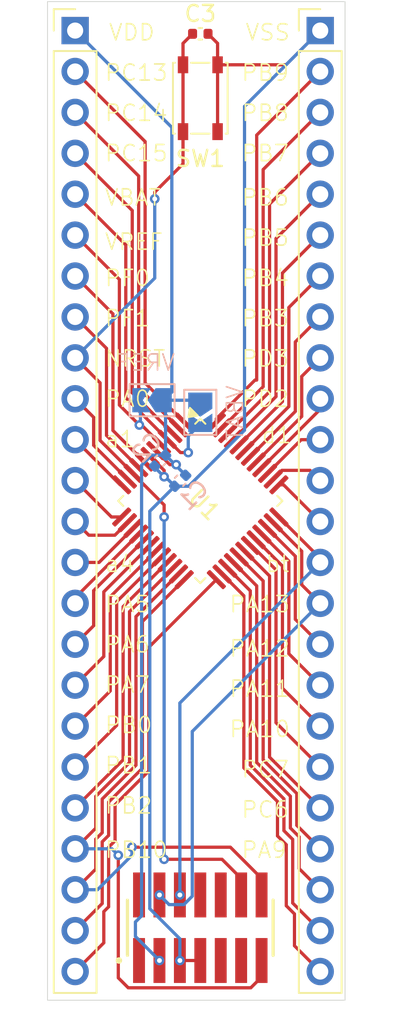
<source format=kicad_pcb>
(kicad_pcb (version 20240108) (generator "pcbnew") (generator_version "8.0")
  (layers (0 "F.Cu" signal) (31 "B.Cu" signal) (34 "B.Paste" user) (35 "F.Paste" user) (36 "B.SilkS" user "B.Silkscreen") (37 "F.SilkS" user "F.Silkscreen") (38 "B.Mask" user) (39 "F.Mask" user) (44 "Edge.Cuts" user))
  (net 0 "")
  (net 1 "VSS")
  (net 2 "VDD")
  (net 3 "/PC14")
  (net 4 "/PB1")
  (net 5 "/PB10")
  (net 6 "/PB11")
  (net 7 "/PA5")
  (net 8 "/PA1")
  (net 9 "/PA4")
  (net 10 "/PA7")
  (net 11 "/NRST")
  (net 12 "/PB0")
  (net 13 "/PA0")
  (net 14 "/PA2")
  (net 15 "/PA3")
  (net 16 "/PA6")
  (net 17 "/PC13")
  (net 18 "/PB2")
  (net 19 "/PC15")
  (net 20 "/PA11")
  (net 21 "/PB6")
  (net 22 "/PA9")
  (net 23 "/PB9")
  (net 24 "/PA15")
  (net 25 "/PB7")
  (net 26 "/PB12")
  (net 27 "/PB13")
  (net 28 "/PA8")
  (net 29 "/PB4")
  (net 30 "/PB3")
  (net 31 "/PA12")
  (net 32 "/PB8")
  (net 33 "/PA14")
  (net 34 "/PB5")
  (net 35 "/PA10")
  (net 36 "/PA13")
  (net 37 "/PB15")
  (net 38 "/PB14")
  (net 39 "/PF1")
  (net 40 "/VREF")
  (net 41 "/VBAT")
  (net 42 "/PF0")
  (net 43 "/PD1")
  (net 44 "/PD3")
  (net 45 "/PD2")
  (net 46 "/PD0")
  (net 47 "/PC6")
  (net 48 "/PC7")
  (footprint "Connector_PinHeader_2.54mm:PinHeader_1x24_P2.54mm_Vertical" (layer "F.Cu") (at 157.4575 70.8)
    (property "Reference" "J2" (hide yes))
    (property "Value" "Conn_01x24")
    (fp_line (start -1.33 -1.33) (end 0 -1.33) (stroke (width 0.12)) (layer "F.SilkS"))
    (fp_line (start -1.33 0) (end -1.33 -1.33) (stroke (width 0.12)) (layer "F.SilkS"))
    (fp_line (start -1.33 1.27) (end -1.33 59.75) (stroke (width 0.12)) (layer "F.SilkS"))
    (fp_line (start -1.33 1.27) (end 1.33 1.27) (stroke (width 0.12)) (layer "F.SilkS"))
    (fp_line (start -1.33 59.75) (end 1.33 59.75) (stroke (width 0.12)) (layer "F.SilkS"))
    (fp_line (start 1.33 1.27) (end 1.33 59.75) (stroke (width 0.12)) (layer "F.SilkS"))
    (pad "1" thru_hole rect (at 0 0) (size 1.7 1.7) (drill 1) (layers "*.Cu" "*.Mask") (net 1 "VSS"))
    (pad "2" thru_hole oval (at 0 2.54) (size 1.7 1.7) (drill 1) (layers "*.Cu" "*.Mask") (net 23 "/PB9"))
    (pad "3" thru_hole oval (at 0 5.08) (size 1.7 1.7) (drill 1) (layers "*.Cu" "*.Mask") (net 32 "/PB8"))
    (pad "4" thru_hole oval (at 0 7.62) (size 1.7 1.7) (drill 1) (layers "*.Cu" "*.Mask") (net 25 "/PB7"))
    (pad "5" thru_hole oval (at 0 10.16) (size 1.7 1.7) (drill 1) (layers "*.Cu" "*.Mask") (net 21 "/PB6"))
    (pad "6" thru_hole oval (at 0 12.7) (size 1.7 1.7) (drill 1) (layers "*.Cu" "*.Mask") (net 34 "/PB5"))
    (pad "7" thru_hole oval (at 0 15.24) (size 1.7 1.7) (drill 1) (layers "*.Cu" "*.Mask") (net 29 "/PB4"))
    (pad "8" thru_hole oval (at 0 17.78) (size 1.7 1.7) (drill 1) (layers "*.Cu" "*.Mask") (net 30 "/PB3"))
    (pad "9" thru_hole oval (at 0 20.32) (size 1.7 1.7) (drill 1) (layers "*.Cu" "*.Mask") (net 44 "/PD3"))
    (pad "10" thru_hole oval (at 0 22.86) (size 1.7 1.7) (drill 1) (layers "*.Cu" "*.Mask") (net 45 "/PD2"))
    (pad "11" thru_hole oval (at 0 25.4) (size 1.7 1.7) (drill 1) (layers "*.Cu" "*.Mask") (net 43 "/PD1"))
    (pad "12" thru_hole oval (at 0 27.94) (size 1.7 1.7) (drill 1) (layers "*.Cu" "*.Mask") (net 46 "/PD0"))
    (pad "13" thru_hole oval (at 0 30.48) (size 1.7 1.7) (drill 1) (layers "*.Cu" "*.Mask") (net 24 "/PA15"))
    (pad "14" thru_hole oval (at 0 33.02) (size 1.7 1.7) (drill 1) (layers "*.Cu" "*.Mask") (net 33 "/PA14"))
    (pad "15" thru_hole oval (at 0 35.56) (size 1.7 1.7) (drill 1) (layers "*.Cu" "*.Mask") (net 36 "/PA13"))
    (pad "16" thru_hole oval (at 0 38.1) (size 1.7 1.7) (drill 1) (layers "*.Cu" "*.Mask") (net 31 "/PA12"))
    (pad "17" thru_hole oval (at 0 40.64) (size 1.7 1.7) (drill 1) (layers "*.Cu" "*.Mask") (net 20 "/PA11"))
    (pad "18" thru_hole oval (at 0 43.18) (size 1.7 1.7) (drill 1) (layers "*.Cu" "*.Mask") (net 35 "/PA10"))
    (pad "19" thru_hole oval (at 0 45.72) (size 1.7 1.7) (drill 1) (layers "*.Cu" "*.Mask") (net 48 "/PC7"))
    (pad "20" thru_hole oval (at 0 48.26) (size 1.7 1.7) (drill 1) (layers "*.Cu" "*.Mask") (net 47 "/PC6"))
    (pad "21" thru_hole oval (at 0 50.8) (size 1.7 1.7) (drill 1) (layers "*.Cu" "*.Mask") (net 22 "/PA9"))
    (pad "22" thru_hole oval (at 0 53.34) (size 1.7 1.7) (drill 1) (layers "*.Cu" "*.Mask") (net 28 "/PA8"))
    (pad "23" thru_hole oval (at 0 55.88) (size 1.7 1.7) (drill 1) (layers "*.Cu" "*.Mask") (net 37 "/PB15"))
    (pad "24" thru_hole oval (at 0 58.42) (size 1.7 1.7) (drill 1) (layers "*.Cu" "*.Mask") (net 38 "/PB14"))
  )
  (footprint "Connector_PinHeader_2.54mm:PinHeader_1x24_P2.54mm_Vertical" (layer "F.Cu") (at 142.2175 70.8)
    (property "Reference" "J1" (hide yes))
    (property "Value" "Conn_01x24")
    (fp_line (start -1.33 -1.33) (end 0 -1.33) (stroke (width 0.12)) (layer "F.SilkS"))
    (fp_line (start -1.33 0) (end -1.33 -1.33) (stroke (width 0.12)) (layer "F.SilkS"))
    (fp_line (start -1.33 1.27) (end -1.33 59.75) (stroke (width 0.12)) (layer "F.SilkS"))
    (fp_line (start -1.33 1.27) (end 1.33 1.27) (stroke (width 0.12)) (layer "F.SilkS"))
    (fp_line (start -1.33 59.75) (end 1.33 59.75) (stroke (width 0.12)) (layer "F.SilkS"))
    (fp_line (start 1.33 1.27) (end 1.33 59.75) (stroke (width 0.12)) (layer "F.SilkS"))
    (pad "1" thru_hole rect (at 0 0) (size 1.7 1.7) (drill 1) (layers "*.Cu" "*.Mask") (net 2 "VDD"))
    (pad "2" thru_hole oval (at 0 2.54) (size 1.7 1.7) (drill 1) (layers "*.Cu" "*.Mask") (net 17 "/PC13"))
    (pad "3" thru_hole oval (at 0 5.08) (size 1.7 1.7) (drill 1) (layers "*.Cu" "*.Mask") (net 3 "/PC14"))
    (pad "4" thru_hole oval (at 0 7.62) (size 1.7 1.7) (drill 1) (layers "*.Cu" "*.Mask") (net 19 "/PC15"))
    (pad "5" thru_hole oval (at 0 10.16) (size 1.7 1.7) (drill 1) (layers "*.Cu" "*.Mask") (net 41 "/VBAT"))
    (pad "6" thru_hole oval (at 0 12.7) (size 1.7 1.7) (drill 1) (layers "*.Cu" "*.Mask") (net 40 "/VREF"))
    (pad "7" thru_hole oval (at 0 15.24) (size 1.7 1.7) (drill 1) (layers "*.Cu" "*.Mask") (net 42 "/PF0"))
    (pad "8" thru_hole oval (at 0 17.78) (size 1.7 1.7) (drill 1) (layers "*.Cu" "*.Mask") (net 39 "/PF1"))
    (pad "9" thru_hole oval (at 0 20.32) (size 1.7 1.7) (drill 1) (layers "*.Cu" "*.Mask") (net 11 "/NRST"))
    (pad "10" thru_hole oval (at 0 22.86) (size 1.7 1.7) (drill 1) (layers "*.Cu" "*.Mask") (net 13 "/PA0"))
    (pad "11" thru_hole oval (at 0 25.4) (size 1.7 1.7) (drill 1) (layers "*.Cu" "*.Mask") (net 8 "/PA1"))
    (pad "12" thru_hole oval (at 0 27.94) (size 1.7 1.7) (drill 1) (layers "*.Cu" "*.Mask") (net 14 "/PA2"))
    (pad "13" thru_hole oval (at 0 30.48) (size 1.7 1.7) (drill 1) (layers "*.Cu" "*.Mask") (net 15 "/PA3"))
    (pad "14" thru_hole oval (at 0 33.02) (size 1.7 1.7) (drill 1) (layers "*.Cu" "*.Mask") (net 9 "/PA4"))
    (pad "15" thru_hole oval (at 0 35.56) (size 1.7 1.7) (drill 1) (layers "*.Cu" "*.Mask") (net 7 "/PA5"))
    (pad "16" thru_hole oval (at 0 38.1) (size 1.7 1.7) (drill 1) (layers "*.Cu" "*.Mask") (net 16 "/PA6"))
    (pad "17" thru_hole oval (at 0 40.64) (size 1.7 1.7) (drill 1) (layers "*.Cu" "*.Mask") (net 10 "/PA7"))
    (pad "18" thru_hole oval (at 0 43.18) (size 1.7 1.7) (drill 1) (layers "*.Cu" "*.Mask") (net 12 "/PB0"))
    (pad "19" thru_hole oval (at 0 45.72) (size 1.7 1.7) (drill 1) (layers "*.Cu" "*.Mask") (net 4 "/PB1"))
    (pad "20" thru_hole oval (at 0 48.26) (size 1.7 1.7) (drill 1) (layers "*.Cu" "*.Mask") (net 18 "/PB2"))
    (pad "21" thru_hole oval (at 0 50.8) (size 1.7 1.7) (drill 1) (layers "*.Cu" "*.Mask") (net 5 "/PB10"))
    (pad "22" thru_hole oval (at 0 53.34) (size 1.7 1.7) (drill 1) (layers "*.Cu" "*.Mask") (net 6 "/PB11"))
    (pad "23" thru_hole oval (at 0 55.88) (size 1.7 1.7) (drill 1) (layers "*.Cu" "*.Mask") (net 26 "/PB12"))
    (pad "24" thru_hole oval (at 0 58.42) (size 1.7 1.7) (drill 1) (layers "*.Cu" "*.Mask") (net 27 "/PB13"))
  )
  (footprint "Package_QFP:LQFP-48_7x7mm_P0.5mm" (layer "F.Cu") (at 150 100 -45)
    (property "Reference" "U1" (at 0.353553 0 135) (layer "F.SilkS"))
    (property "Value" "STM32G071CBTx")
    (fp_line (start -3.61 3.61) (end -3.61 3.16) (stroke (width 0.12)) (layer "F.SilkS"))
    (fp_line (start -3.16 3.61) (end -3.61 3.61) (stroke (width 0.12)) (layer "F.SilkS"))
    (fp_line (start 3.16 3.61) (end 3.61 3.61) (stroke (width 0.12)) (layer "F.SilkS"))
    (fp_line (start -3.61 -3.61) (end -3.61 -3.16) (stroke (width 0.12)) (layer "F.SilkS"))
    (fp_line (start 3.61 3.61) (end 3.61 3.16) (stroke (width 0.12)) (layer "F.SilkS"))
    (fp_line (start -3.16 -3.61) (end -3.61 -3.61) (stroke (width 0.12)) (layer "F.SilkS"))
    (fp_line (start 3.16 -3.61) (end 3.61 -3.61) (stroke (width 0.12)) (layer "F.SilkS"))
    (fp_line (start 3.61 -3.61) (end 3.61 -3.16) (stroke (width 0.12)) (layer "F.SilkS"))
    (fp_poly (pts (xy -4.2 -3.16) (xy -4.54 -3.63) (xy -3.86 -3.63) (xy -4.2 -3.16)) (stroke (width 0.12)) (fill solid) (layer "F.SilkS"))
    (pad "1" smd roundrect (at -4.1625 -2.75 315) (size 1.475 0.3) (layers "F.Cu" "F.Paste" "F.Mask") (net 17 "/PC13"))
    (pad "2" smd roundrect (at -4.1625 -2.25 315) (size 1.475 0.3) (layers "F.Cu" "F.Paste" "F.Mask") (net 3 "/PC14"))
    (pad "3" smd roundrect (at -4.1625 -1.75 315) (size 1.475 0.3) (layers "F.Cu" "F.Paste" "F.Mask") (net 19 "/PC15"))
    (pad "4" smd roundrect (at -4.1625 -1.249999 315) (size 1.475 0.3) (layers "F.Cu" "F.Paste" "F.Mask") (net 41 "/VBAT"))
    (pad "5" smd roundrect (at -4.1625 -0.75 315) (size 1.475 0.3) (layers "F.Cu" "F.Paste" "F.Mask") (net 40 "/VREF"))
    (pad "6" smd roundrect (at -4.1625 -0.25 315) (size 1.475 0.3) (layers "F.Cu" "F.Paste" "F.Mask") (net 2 "VDD"))
    (pad "7" smd roundrect (at -4.1625 0.25 315) (size 1.475 0.3) (layers "F.Cu" "F.Paste" "F.Mask") (net 1 "VSS"))
    (pad "8" smd roundrect (at -4.1625 0.75 315) (size 1.475 0.3) (layers "F.Cu" "F.Paste" "F.Mask") (net 42 "/PF0"))
    (pad "9" smd roundrect (at -4.1625 1.249999 315) (size 1.475 0.3) (layers "F.Cu" "F.Paste" "F.Mask") (net 39 "/PF1"))
    (pad "10" smd roundrect (at -4.1625 1.75 315) (size 1.475 0.3) (layers "F.Cu" "F.Paste" "F.Mask") (net 11 "/NRST"))
    (pad "11" smd roundrect (at -4.1625 2.25 315) (size 1.475 0.3) (layers "F.Cu" "F.Paste" "F.Mask") (net 13 "/PA0"))
    (pad "12" smd roundrect (at -4.1625 2.75 315) (size 1.475 0.3) (layers "F.Cu" "F.Paste" "F.Mask") (net 8 "/PA1"))
    (pad "13" smd roundrect (at -2.75 4.1625 315) (size 0.3 1.475) (layers "F.Cu" "F.Paste" "F.Mask") (net 14 "/PA2"))
    (pad "14" smd roundrect (at -2.25 4.1625 315) (size 0.3 1.475) (layers "F.Cu" "F.Paste" "F.Mask") (net 15 "/PA3"))
    (pad "15" smd roundrect (at -1.75 4.1625 315) (size 0.3 1.475) (layers "F.Cu" "F.Paste" "F.Mask") (net 9 "/PA4"))
    (pad "16" smd roundrect (at -1.249999 4.1625 315) (size 0.3 1.475) (layers "F.Cu" "F.Paste" "F.Mask") (net 7 "/PA5"))
    (pad "17" smd roundrect (at -0.75 4.1625 315) (size 0.3 1.475) (layers "F.Cu" "F.Paste" "F.Mask") (net 16 "/PA6"))
    (pad "18" smd roundrect (at -0.25 4.1625 315) (size 0.3 1.475) (layers "F.Cu" "F.Paste" "F.Mask") (net 10 "/PA7"))
    (pad "19" smd roundrect (at 0.25 4.1625 315) (size 0.3 1.475) (layers "F.Cu" "F.Paste" "F.Mask") (net 12 "/PB0"))
    (pad "20" smd roundrect (at 0.75 4.1625 315) (size 0.3 1.475) (layers "F.Cu" "F.Paste" "F.Mask") (net 4 "/PB1"))
    (pad "21" smd roundrect (at 1.249999 4.1625 315) (size 0.3 1.475) (layers "F.Cu" "F.Paste" "F.Mask") (net 18 "/PB2"))
    (pad "22" smd roundrect (at 1.75 4.1625 315) (size 0.3 1.475) (layers "F.Cu" "F.Paste" "F.Mask") (net 5 "/PB10"))
    (pad "23" smd roundrect (at 2.25 4.1625 315) (size 0.3 1.475) (layers "F.Cu" "F.Paste" "F.Mask") (net 6 "/PB11"))
    (pad "24" smd roundrect (at 2.75 4.1625 315) (size 0.3 1.475) (layers "F.Cu" "F.Paste" "F.Mask") (net 26 "/PB12"))
    (pad "25" smd roundrect (at 4.1625 2.75 315) (size 1.475 0.3) (layers "F.Cu" "F.Paste" "F.Mask") (net 27 "/PB13"))
    (pad "26" smd roundrect (at 4.1625 2.25 315) (size 1.475 0.3) (layers "F.Cu" "F.Paste" "F.Mask") (net 38 "/PB14"))
    (pad "27" smd roundrect (at 4.1625 1.75 315) (size 1.475 0.3) (layers "F.Cu" "F.Paste" "F.Mask") (net 37 "/PB15"))
    (pad "28" smd roundrect (at 4.1625 1.249999 315) (size 1.475 0.3) (layers "F.Cu" "F.Paste" "F.Mask") (net 28 "/PA8"))
    (pad "29" smd roundrect (at 4.1625 0.75 315) (size 1.475 0.3) (layers "F.Cu" "F.Paste" "F.Mask") (net 22 "/PA9"))
    (pad "30" smd roundrect (at 4.1625 0.25 315) (size 1.475 0.3) (layers "F.Cu" "F.Paste" "F.Mask") (net 47 "/PC6"))
    (pad "31" smd roundrect (at 4.1625 -0.25 315) (size 1.475 0.3) (layers "F.Cu" "F.Paste" "F.Mask") (net 48 "/PC7"))
    (pad "32" smd roundrect (at 4.1625 -0.75 315) (size 1.475 0.3) (layers "F.Cu" "F.Paste" "F.Mask") (net 35 "/PA10"))
    (pad "33" smd roundrect (at 4.1625 -1.249999 315) (size 1.475 0.3) (layers "F.Cu" "F.Paste" "F.Mask") (net 20 "/PA11"))
    (pad "34" smd roundrect (at 4.1625 -1.75 315) (size 1.475 0.3) (layers "F.Cu" "F.Paste" "F.Mask") (net 31 "/PA12"))
    (pad "35" smd roundrect (at 4.1625 -2.25 315) (size 1.475 0.3) (layers "F.Cu" "F.Paste" "F.Mask") (net 36 "/PA13"))
    (pad "36" smd roundrect (at 4.1625 -2.75 315) (size 1.475 0.3) (layers "F.Cu" "F.Paste" "F.Mask") (net 33 "/PA14"))
    (pad "37" smd roundrect (at 2.75 -4.1625 315) (size 0.3 1.475) (layers "F.Cu" "F.Paste" "F.Mask") (net 24 "/PA15"))
    (pad "38" smd roundrect (at 2.25 -4.1625 315) (size 0.3 1.475) (layers "F.Cu" "F.Paste" "F.Mask") (net 46 "/PD0"))
    (pad "39" smd roundrect (at 1.75 -4.1625 315) (size 0.3 1.475) (layers "F.Cu" "F.Paste" "F.Mask") (net 43 "/PD1"))
    (pad "40" smd roundrect (at 1.249999 -4.1625 315) (size 0.3 1.475) (layers "F.Cu" "F.Paste" "F.Mask") (net 45 "/PD2"))
    (pad "41" smd roundrect (at 0.75 -4.1625 315) (size 0.3 1.475) (layers "F.Cu" "F.Paste" "F.Mask") (net 44 "/PD3"))
    (pad "42" smd roundrect (at 0.25 -4.1625 315) (size 0.3 1.475) (layers "F.Cu" "F.Paste" "F.Mask") (net 30 "/PB3"))
    (pad "43" smd roundrect (at -0.25 -4.1625 315) (size 0.3 1.475) (layers "F.Cu" "F.Paste" "F.Mask") (net 29 "/PB4"))
    (pad "44" smd roundrect (at -0.75 -4.1625 315) (size 0.3 1.475) (layers "F.Cu" "F.Paste" "F.Mask") (net 34 "/PB5"))
    (pad "45" smd roundrect (at -1.249999 -4.1625 315) (size 0.3 1.475) (layers "F.Cu" "F.Paste" "F.Mask") (net 21 "/PB6"))
    (pad "46" smd roundrect (at -1.75 -4.1625 315) (size 0.3 1.475) (layers "F.Cu" "F.Paste" "F.Mask") (net 25 "/PB7"))
    (pad "47" smd roundrect (at -2.25 -4.1625 315) (size 0.3 1.475) (layers "F.Cu" "F.Paste" "F.Mask") (net 32 "/PB8"))
    (pad "48" smd roundrect (at -2.75 -4.1625 315) (size 0.3 1.475) (layers "F.Cu" "F.Paste" "F.Mask") (net 23 "/PB9"))
  )
  (footprint "Project_Footprints:SAMTEC_FTSH-107-01-L-DV-K-A" (layer "F.Cu") (at 150 126.5)
    (property "Reference" "J3" (hide yes))
    (property "Value" "Conn_02x07_Odd_Even")
    (fp_line (start -4.53 -1.715) (end -4.53 1.715) (stroke (width 0.2)) (layer "F.SilkS"))
    (fp_line (start 4.53 1.715) (end 4.53 -1.715) (stroke (width 0.2)) (layer "F.SilkS"))
    (fp_circle (center -5.06 2.035) (end -4.96 2.035) (stroke (width 0.2)) (fill none) (layer "F.SilkS"))
    (pad "" np_thru_hole circle (at -3.175 0) (size 1.02 1.02) (drill 1.02) (layers "*.Cu" "*.Mask"))
    (pad "" np_thru_hole circle (at 3.175 0) (size 1.02 1.02) (drill 1.02) (layers "*.Cu" "*.Mask"))
    (pad "1" smd rect (at -3.81 2.035) (size 0.74 2.79) (layers "F.Cu" "F.Paste" "F.Mask"))
    (pad "2" smd rect (at -3.81 -2.035) (size 0.74 2.79) (layers "F.Cu" "F.Paste" "F.Mask"))
    (pad "3" smd rect (at -2.54 2.035) (size 0.74 2.79) (layers "F.Cu" "F.Paste" "F.Mask") (net 2 "VDD"))
    (pad "4" smd rect (at -2.54 -2.035) (size 0.74 2.79) (layers "F.Cu" "F.Paste" "F.Mask") (net 36 "/PA13"))
    (pad "5" smd rect (at -1.27 2.035) (size 0.74 2.79) (layers "F.Cu" "F.Paste" "F.Mask") (net 1 "VSS"))
    (pad "6" smd rect (at -1.27 -2.035) (size 0.74 2.79) (layers "F.Cu" "F.Paste" "F.Mask") (net 33 "/PA14"))
    (pad "7" smd rect (at 0 2.035) (size 0.74 2.79) (layers "F.Cu" "F.Paste" "F.Mask") (net 1 "VSS"))
    (pad "8" smd rect (at 0 -2.035) (size 0.74 2.79) (layers "F.Cu" "F.Paste" "F.Mask"))
    (pad "9" smd rect (at 1.27 2.035) (size 0.74 2.79) (layers "F.Cu" "F.Paste" "F.Mask"))
    (pad "10" smd rect (at 1.27 -2.035) (size 0.74 2.79) (layers "F.Cu" "F.Paste" "F.Mask"))
    (pad "11" smd rect (at 2.54 2.035) (size 0.74 2.79) (layers "F.Cu" "F.Paste" "F.Mask"))
    (pad "12" smd rect (at 2.54 -2.035) (size 0.74 2.79) (layers "F.Cu" "F.Paste" "F.Mask") (net 11 "/NRST"))
    (pad "13" smd rect (at 3.81 2.035) (size 0.74 2.79) (layers "F.Cu" "F.Paste" "F.Mask") (net 5 "/PB10"))
    (pad "14" smd rect (at 3.81 -2.035) (size 0.74 2.79) (layers "F.Cu" "F.Paste" "F.Mask") (net 6 "/PB11"))
  )
  (footprint "Button_Switch_SMD:SW_SPST_PTS810" (layer "F.Cu") (at 150 75 -90)
    (property "Reference" "SW1" (at 3.75 0 180) (layer "F.SilkS"))
    (property "Value" "SW_Push")
    (fp_line (start -2.2 1.7) (end 2.2 1.7) (stroke (width 0.12)) (layer "F.SilkS"))
    (fp_line (start 2.2 1.7) (end 2.2 1.58) (stroke (width 0.12)) (layer "F.SilkS"))
    (fp_line (start -2.2 1.58) (end -2.2 1.7) (stroke (width 0.12)) (layer "F.SilkS"))
    (fp_line (start 2.2 0.57) (end 2.2 -0.57) (stroke (width 0.12)) (layer "F.SilkS"))
    (fp_line (start -2.2 -0.57) (end -2.2 0.57) (stroke (width 0.12)) (layer "F.SilkS"))
    (fp_line (start 2.2 -1.58) (end 2.2 -1.7) (stroke (width 0.12)) (layer "F.SilkS"))
    (fp_line (start -2.2 -1.7) (end -2.2 -1.58) (stroke (width 0.12)) (layer "F.SilkS"))
    (fp_line (start 2.2 -1.7) (end -2.2 -1.7) (stroke (width 0.12)) (layer "F.SilkS"))
    (pad "1" smd rect (at -2.075 -1.075 270) (size 1.05 0.65) (layers "F.Cu" "F.Paste" "F.Mask") (net 1 "VSS"))
    (pad "1" smd rect (at 2.075 -1.075 270) (size 1.05 0.65) (layers "F.Cu" "F.Paste" "F.Mask") (net 1 "VSS"))
    (pad "2" smd rect (at -2.075 1.075 270) (size 1.05 0.65) (layers "F.Cu" "F.Paste" "F.Mask") (net 11 "/NRST"))
    (pad "2" smd rect (at 2.075 1.075 270) (size 1.05 0.65) (layers "F.Cu" "F.Paste" "F.Mask") (net 11 "/NRST"))
  )
  (footprint "Capacitor_SMD:C_0402_1005Metric" (layer "F.Cu") (at 150 71)
    (property "Reference" "C3" (at 0 -1.25 0) (layer "F.SilkS"))
    (property "Value" "100n")
    (fp_line (start -0.107836 -0.36) (end 0.107836 -0.36) (stroke (width 0.12)) (layer "F.SilkS"))
    (fp_line (start -0.107836 0.36) (end 0.107836 0.36) (stroke (width 0.12)) (layer "F.SilkS"))
    (pad "1" smd roundrect (at -0.48 0) (size 0.56 0.62) (layers "F.Cu" "F.Paste" "F.Mask") (net 11 "/NRST"))
    (pad "2" smd roundrect (at 0.48 0) (size 0.56 0.62) (layers "F.Cu" "F.Paste" "F.Mask") (net 1 "VSS"))
  )
  (footprint "Capacitor_SMD:C_0402_1005Metric" (layer "B.Cu") (at 148.75 98.75 -135)
    (property "Reference" "C1" (at 0.041535 -1.204613 -135) (layer "B.SilkS") (effects (justify mirror)))
    (property "Value" "4u7")
    (fp_line (start 0.107836 0.36) (end -0.107836 0.36) (stroke (width 0.12)) (layer "B.SilkS"))
    (fp_line (start 0.107836 -0.36) (end -0.107836 -0.36) (stroke (width 0.12)) (layer "B.SilkS"))
    (pad "1" smd roundrect (at -0.48 0 225) (size 0.56 0.62) (layers "B.Cu" "B.Paste" "B.Mask") (net 2 "VDD"))
    (pad "2" smd roundrect (at 0.48 0 225) (size 0.56 0.62) (layers "B.Cu" "B.Paste" "B.Mask") (net 1 "VSS"))
  )
  (footprint "Jumper:SolderJumper-2_P1.3mm_Open_TrianglePad1.0x1.5mm" (layer "B.Cu") (at 147 93.75 180)
    (property "Reference" "JP2" (hide yes))
    (property "Value" "SolderJumper_2_Bridged")
    (fp_line (start 1.4 1) (end -1.4 1) (stroke (width 0.12)) (layer "B.SilkS"))
    (fp_line (start 1.4 -1) (end 1.4 1) (stroke (width 0.12)) (layer "B.SilkS"))
    (fp_line (start -1.4 1) (end -1.4 -1) (stroke (width 0.12)) (layer "B.SilkS"))
    (fp_line (start -1.4 -1) (end 1.4 -1) (stroke (width 0.12)) (layer "B.SilkS"))
    (pad "1" smd custom (at -0.725 0 180) (size 0.3 0.3) (layers "B.Cu" "B.Mask") (net 2 "VDD") (options (clearance outline) (anchor rect)) (primitives (gr_poly (pts (xy 1 0) (xy 0.5 -0.75) (xy -0.5 -0.75) (xy -0.5 0.75) (xy 0.5 0.75)) (width 0) (fill yes))))
    (pad "2" smd custom (at 0.725 0 180) (size 0.3 0.3) (layers "B.Cu" "B.Mask") (net 40 "/VREF") (options (clearance outline) (anchor rect)) (primitives (gr_poly (pts (xy 0.5 -0.75) (xy -0.65 -0.75) (xy -0.15 0) (xy -0.65 0.75) (xy 0.5 0.75)) (width 0) (fill yes))))
  )
  (footprint "Jumper:SolderJumper-2_P1.3mm_Open_TrianglePad1.0x1.5mm" (layer "B.Cu") (at 150 94.5 -90)
    (property "Reference" "JP1" (hide yes))
    (property "Value" "SolderJumper_2_Bridged")
    (fp_line (start -1.4 1) (end -1.4 -1) (stroke (width 0.12)) (layer "B.SilkS"))
    (fp_line (start 1.4 1) (end -1.4 1) (stroke (width 0.12)) (layer "B.SilkS"))
    (fp_line (start -1.4 -1) (end 1.4 -1) (stroke (width 0.12)) (layer "B.SilkS"))
    (fp_line (start 1.4 -1) (end 1.4 1) (stroke (width 0.12)) (layer "B.SilkS"))
    (pad "1" smd custom (at -0.725 0 270) (size 0.3 0.3) (layers "B.Cu" "B.Mask") (net 2 "VDD") (options (clearance outline) (anchor rect)) (primitives (gr_poly (pts (xy 1 0) (xy 0.5 -0.75) (xy -0.5 -0.75) (xy -0.5 0.75) (xy 0.5 0.75)) (width 0) (fill yes))))
    (pad "2" smd custom (at 0.725 0 270) (size 0.3 0.3) (layers "B.Cu" "B.Mask") (net 41 "/VBAT") (options (clearance outline) (anchor rect)) (primitives (gr_poly (pts (xy 0.5 -0.75) (xy -0.65 -0.75) (xy -0.15 0) (xy -0.65 0.75) (xy 0.5 0.75)) (width 0) (fill yes))))
  )
  (footprint "Capacitor_SMD:C_0402_1005Metric" (layer "B.Cu") (at 147.5 97.5 -135)
    (property "Reference" "C2" (at 0 1.16 -135) (layer "B.SilkS") (effects (justify mirror)))
    (property "Value" "100n")
    (fp_line (start 0.107836 0.36) (end -0.107836 0.36) (stroke (width 0.12)) (layer "B.SilkS"))
    (fp_line (start 0.107836 -0.36) (end -0.107836 -0.36) (stroke (width 0.12)) (layer "B.SilkS"))
    (pad "1" smd roundrect (at -0.48 0 225) (size 0.56 0.62) (layers "B.Cu" "B.Paste" "B.Mask") (net 2 "VDD"))
    (pad "2" smd roundrect (at 0.48 0 225) (size 0.56 0.62) (layers "B.Cu" "B.Paste" "B.Mask") (net 1 "VSS"))
  )
  (gr_rect (start 140.5 69) (end 159 131) (stroke (width 0.05)) (fill none) (layer "Edge.Cuts"))
  (gr_text "VBAT" (at 152.75 92.75 90) (layer "B.SilkS") (effects (font (size 1 1) (thickness 0.1)) (justify left bottom mirror)))
  (gr_text "VREF" (at 148.5 92 0) (layer "B.SilkS") (effects (font (size 1 1) (thickness 0.1)) (justify left bottom mirror)))
  (gr_text "PB6" (at 152.5 81.75 0) (layer "F.SilkS") (effects (font (size 1 1) (thickness 0.1)) (justify left bottom)))
  (gr_text "VSS" (at 152.75 71.5 0) (layer "F.SilkS") (effects (font (size 1 1) (thickness 0.1)) (justify left bottom)))
  (gr_text "PD2" (at 152.5 94.25 0) (layer "F.SilkS") (effects (font (size 1 1) (thickness 0.1)) (justify left bottom)))
  (gr_text "a1" (at 144 96.75 0) (layer "F.SilkS") (effects (font (size 1 1) (thickness 0.1)) (justify left bottom)))
  (gr_text "PA11" (at 151.75 112.25 0) (layer "F.SilkS") (effects (font (size 1 1) (thickness 0.1)) (justify left bottom)))
  (gr_text "PC13" (at 144 74 0) (layer "F.SilkS") (effects (font (size 1 1) (thickness 0.1)) (justify left bottom)))
  (gr_text "VDD" (at 144.25 71.5 0) (layer "F.SilkS") (effects (font (size 1 1) (thickness 0.1)) (justify left bottom)))
  (gr_text "VREF" (at 144 84.5 0) (layer "F.SilkS") (effects (font (size 1 1) (thickness 0.1)) (justify left bottom)))
  (gr_text "PD3" (at 152.5 91.75 0) (layer "F.SilkS") (effects (font (size 1 1) (thickness 0.1)) (justify left bottom)))
  (gr_text "a4" (at 144 104.5 0) (layer "F.SilkS") (effects (font (size 1 1) (thickness 0.1)) (justify left bottom)))
  (gr_text "PA5" (at 144 107 0) (layer "F.SilkS") (effects (font (size 1 1) (thickness 0.1)) (justify left bottom)))
  (gr_text "PB4" (at 152.5 86.75 0) (layer "F.SilkS") (effects (font (size 1 1) (thickness 0.1)) (justify left bottom)))
  (gr_text "PA12" (at 151.75 109.75 0) (layer "F.SilkS") (effects (font (size 1 1) (thickness 0.1)) (justify left bottom)))
  (gr_text "bt" (at 154 104.5 0) (layer "F.SilkS") (effects (font (size 1 1) (thickness 0.1)) (justify left bottom)))
  (gr_text "PB0" (at 144 114.5 0) (layer "F.SilkS") (effects (font (size 1 1) (thickness 0.1)) (justify left bottom)))
  (gr_text "PA6" (at 144 109.5 0) (layer "F.SilkS") (effects (font (size 1 1) (thickness 0.1)) (justify left bottom)))
  (gr_text "d1" (at 153.75 96.5 0) (layer "F.SilkS") (effects (font (size 1 1) (thickness 0.1)) (justify left bottom)))
  (gr_text "PF1" (at 144 89.25 0) (layer "F.SilkS") (effects (font (size 1 1) (thickness 0.1)) (justify left bottom)))
  (gr_text "PB1" (at 144 117 0) (layer "F.SilkS") (effects (font (size 1 1) (thickness 0.1)) (justify left bottom)))
  (gr_text "PC15" (at 144 79 0) (layer "F.SilkS") (effects (font (size 1 1) (thickness 0.1)) (justify left bottom)))
  (gr_text "PA10" (at 151.75 114.75 0) (layer "F.SilkS") (effects (font (size 1 1) (thickness 0.1)) (justify left bottom)))
  (gr_text "PA0" (at 144 94.25 0) (layer "F.SilkS") (effects (font (size 1 1) (thickness 0.1)) (justify left bottom)))
  (gr_text "PF0" (at 144 86.75 0) (layer "F.SilkS") (effects (font (size 1 1) (thickness 0.1)) (justify left bottom)))
  (gr_text "PB5" (at 152.5 84.25 0) (layer "F.SilkS") (effects (font (size 1 1) (thickness 0.1)) (justify left bottom)))
  (gr_text "VBAT" (at 144 81.75 0) (layer "F.SilkS") (effects (font (size 1 1) (thickness 0.1)) (justify left bottom)))
  (gr_text "PA7" (at 144 112 0) (layer "F.SilkS") (effects (font (size 1 1) (thickness 0.1)) (justify left bottom)))
  (gr_text "PB9" (at 152.5 74 0) (layer "F.SilkS") (effects (font (size 1 1) (thickness 0.1)) (justify left bottom)))
  (gr_text "NRST" (at 144 91.75 0) (layer "F.SilkS") (effects (font (size 1 1) (thickness 0.1)) (justify left bottom)))
  (gr_text "PB7" (at 152.5 79 0) (layer "F.SilkS") (effects (font (size 1 1) (thickness 0.1)) (justify left bottom)))
  (gr_text "PA9" (at 152.5 122.25 0) (layer "F.SilkS") (effects (font (size 1 1) (thickness 0.1)) (justify left bottom)))
  (gr_text "PB10" (at 144 122.25 0) (layer "F.SilkS") (effects (font (size 1 1) (thickness 0.1)) (justify left bottom)))
  (gr_text "PB8" (at 152.5 76.5 0) (layer "F.SilkS") (effects (font (size 1 1) (thickness 0.1)) (justify left bottom)))
  (gr_text "PB3" (at 152.5 89.25 0) (layer "F.SilkS") (effects (font (size 1 1) (thickness 0.1)) (justify left bottom)))
  (gr_text "PA13" (at 151.75 107 0) (layer "F.SilkS") (effects (font (size 1 1) (thickness 0.1)) (justify left bottom)))
  (gr_text "PC6" (at 152.5 119.75 0) (layer "F.SilkS") (effects (font (size 1 1) (thickness 0.1)) (justify left bottom)))
  (gr_text "PC7" (at 152.5 117.25 0) (layer "F.SilkS") (effects (font (size 1 1) (thickness 0.1)) (justify left bottom)))
  (gr_text "PB2" (at 144 119.5 0) (layer "F.SilkS") (effects (font (size 1 1) (thickness 0.1)) (justify left bottom)))
  (gr_text "PC14" (at 144 76.5 0) (layer "F.SilkS") (effects (font (size 1 1) (thickness 0.1)) (justify left bottom)))
  (segment (start 151.075 72.925) (end 155.3325 72.925) (width 0.2) (layer "F.Cu") (net 1))
  (segment (start 146.879891 97.233445) (end 147.75 98.103554) (width 0.2) (layer "F.Cu") (net 1))
  (segment (start 148.73 128.535) (end 150 128.535) (width 0.2) (layer "F.Cu") (net 1))
  (segment (start 147.75 98.103554) (end 147.75 98.5) (width 0.2) (layer "F.Cu") (net 1))
  (segment (start 155.3325 72.925) (end 157.4575 70.8) (width 0.2) (layer "F.Cu") (net 1))
  (segment (start 151.075 72.925) (end 151.075 77.075) (width 0.2) (layer "F.Cu") (net 1))
  (segment (start 151.075 71.595) (end 150.48 71) (width 0.2) (layer "F.Cu") (net 1))
  (segment (start 151.075 72.925) (end 151.075 71.595) (width 0.2) (layer "F.Cu") (net 1))
  (via (at 147.75 98.5) (size 0.6) (drill 0.3) (layers "F.Cu" "B.Cu") (net 1))
  (via (at 148.73 128.535) (size 0.6) (drill 0.3) (layers "F.Cu" "B.Cu") (net 1))
  (segment (start 148.73 127.188776) (end 148.73 128.535) (width 0.2) (layer "B.Cu") (net 1))
  (segment (start 147.821178 98.5) (end 148.410589 99.089411) (width 0.2) (layer "B.Cu") (net 1))
  (segment (start 152.75 95.61267) (end 152.75 75.5075) (width 0.2) (layer "B.Cu") (net 1))
  (segment (start 148.410589 99.089411) (end 149.273259 99.089411) (width 0.2) (layer "B.Cu") (net 1))
  (segment (start 147.160589 97.839411) (end 147.160589 97.910589) (width 0.2) (layer "B.Cu") (net 1))
  (segment (start 147.160589 97.910589) (end 147.75 98.5) (width 0.2) (layer "B.Cu") (net 1))
  (segment (start 152.75 75.5075) (end 157.4575 70.8) (width 0.2) (layer "B.Cu") (net 1))
  (segment (start 146.86 125.318776) (end 148.73 127.188776) (width 0.2) (layer "B.Cu") (net 1))
  (segment (start 146.86 100.64) (end 146.86 125.318776) (width 0.2) (layer "B.Cu") (net 1))
  (segment (start 148.410589 99.089411) (end 146.86 100.64) (width 0.2) (layer "B.Cu") (net 1))
  (segment (start 149.273259 99.089411) (end 152.75 95.61267) (width 0.2) (layer "B.Cu") (net 1))
  (segment (start 147.75 98.5) (end 147.821178 98.5) (width 0.2) (layer "B.Cu") (net 1))
  (segment (start 148.103554 97.75) (end 148.5 97.75) (width 0.2) (layer "F.Cu") (net 2))
  (segment (start 147.233445 96.879891) (end 148.103554 97.75) (width 0.2) (layer "F.Cu") (net 2))
  (via (at 147.46 128.535) (size 0.6) (drill 0.3) (layers "F.Cu" "B.Cu") (net 2))
  (via (at 148.5 97.75) (size 0.6) (drill 0.3) (layers "F.Cu" "B.Cu") (net 2))
  (segment (start 145.965 126.143776) (end 145.965 127.04) (width 0.2) (layer "B.Cu") (net 2))
  (segment (start 148.23 93.245) (end 148.23 76.8125) (width 0.2) (layer "B.Cu") (net 2))
  (segment (start 146.35 125.758776) (end 145.965 126.143776) (width 0.2) (layer "B.Cu") (net 2))
  (segment (start 147.725 93.75) (end 149.975 93.75) (width 0.2) (layer "B.Cu") (net 2))
  (segment (start 147.839411 97.160589) (end 147.839411 93.864411) (width 0.2) (layer "B.Cu") (net 2))
  (segment (start 145.965 127.04) (end 147.46 128.535) (width 0.2) (layer "B.Cu") (net 2))
  (segment (start 146.35 97.78733) (end 146.35 125.758776) (width 0.2) (layer "B.Cu") (net 2))
  (segment (start 148.23 76.8125) (end 142.2175 70.8) (width 0.2) (layer "B.Cu") (net 2))
  (segment (start 149.975 93.75) (end 150 93.775) (width 0.2) (layer "B.Cu") (net 2))
  (segment (start 147.725 93.75) (end 148.23 93.245) (width 0.2) (layer "B.Cu") (net 2))
  (segment (start 148.5 97.75) (end 148.5 97.821178) (width 0.2) (layer "B.Cu") (net 2))
  (segment (start 148.5 97.75) (end 148.428822 97.75) (width 0.2) (layer "B.Cu") (net 2))
  (segment (start 147.839411 97.160589) (end 146.976741 97.160589) (width 0.2) (layer "B.Cu") (net 2))
  (segment (start 146.976741 97.160589) (end 146.35 97.78733) (width 0.2) (layer "B.Cu") (net 2))
  (segment (start 148.5 97.821178) (end 149.089411 98.410589) (width 0.2) (layer "B.Cu") (net 2))
  (segment (start 148.428822 97.75) (end 147.839411 97.160589) (width 0.2) (layer "B.Cu") (net 2))
  (segment (start 147.839411 93.864411) (end 147.725 93.75) (width 0.2) (layer "B.Cu") (net 2))
  (segment (start 146.1675 92.98552) (end 146.1675 79.83) (width 0.2) (layer "F.Cu") (net 3))
  (segment (start 148.647658 95.465678) (end 146.1675 92.98552) (width 0.2) (layer "F.Cu") (net 3))
  (segment (start 146.1675 79.83) (end 142.2175 75.88) (width 0.2) (layer "F.Cu") (net 3))
  (segment (start 147.586998 103.473662) (end 144.8 106.26066) (width 0.2) (layer "F.Cu") (net 4))
  (segment (start 144.8 113.9375) (end 142.2175 116.52) (width 0.2) (layer "F.Cu") (net 4))
  (segment (start 144.8 106.26066) (end 144.8 113.9375) (width 0.2) (layer "F.Cu") (net 4))
  (segment (start 143.5 120.3175) (end 142.2175 121.6) (width 0.2) (layer "F.Cu") (net 5))
  (segment (start 143.5 118.343186) (end 143.5 120.3175) (width 0.2) (layer "F.Cu") (net 5))
  (segment (start 148.294105 104.180769) (end 145.6 106.874874) (width 0.2) (layer "F.Cu") (net 5))
  (segment (start 145.52 130.23) (end 153.14 130.23) (width 0.2) (layer "F.Cu") (net 5))
  (segment (start 153.14 130.23) (end 153.81 129.56) (width 0.2) (layer "F.Cu") (net 5))
  (segment (start 153.81 129.56) (end 153.81 128.535) (width 0.2) (layer "F.Cu") (net 5))
  (segment (start 144.9 122) (end 144.9 129.61) (width 0.2) (layer "F.Cu") (net 5))
  (segment (start 145.6 106.874874) (end 145.6 116.243186) (width 0.2) (layer "F.Cu") (net 5))
  (segment (start 144.9 129.61) (end 145.52 130.23) (width 0.2) (layer "F.Cu") (net 5))
  (segment (start 145.6 116.243186) (end 143.5 118.343186) (width 0.2) (layer "F.Cu") (net 5))
  (via (at 144.9 122) (size 0.6) (drill 0.3) (layers "F.Cu" "B.Cu") (net 5))
  (segment (start 144.5 121.6) (end 144.9 122) (width 0.2) (layer "B.Cu") (net 5))
  (segment (start 142.2175 121.6) (end 144.5 121.6) (width 0.2) (layer "B.Cu") (net 5))
  (segment (start 143.9 118.508872) (end 143.9 120.6) (width 0.2) (layer "F.Cu") (net 6))
  (segment (start 146 116.408872) (end 143.9 118.508872) (width 0.2) (layer "F.Cu") (net 6))
  (segment (start 143.5 121) (end 143.5 122.8575) (width 0.2) (layer "F.Cu") (net 6))
  (segment (start 143.5 122.8575) (end 142.2175 124.14) (width 0.2) (layer "F.Cu") (net 6))
  (segment (start 151.87 121.5) (end 153.81 123.44) (width 0.2) (layer "F.Cu") (net 6))
  (segment (start 143.9 120.6) (end 143.5 121) (width 0.2) (layer "F.Cu") (net 6))
  (segment (start 148.647658 104.534322) (end 146 107.18198) (width 0.2) (layer "F.Cu") (net 6))
  (segment (start 146 107.18198) (end 146 116.408872) (width 0.2) (layer "F.Cu") (net 6))
  (segment (start 153.81 123.44) (end 153.81 124.465) (width 0.2) (layer "F.Cu") (net 6))
  (segment (start 145.75 121.5) (end 151.87 121.5) (width 0.2) (layer "F.Cu") (net 6))
  (via (at 145.75 121.5) (size 0.6) (drill 0.3) (layers "F.Cu" "B.Cu") (net 6))
  (segment (start 143.608529 124.14) (end 145.75 121.998529) (width 0.2) (layer "B.Cu") (net 6))
  (segment (start 145.75 121.998529) (end 145.75 121.5) (width 0.2) (layer "B.Cu") (net 6))
  (segment (start 142.2175 124.14) (end 143.608529 124.14) (width 0.2) (layer "B.Cu") (net 6))
  (segment (start 142.2175 106.014734) (end 142.2175 106.36) (width 0.2) (layer "F.Cu") (net 7))
  (segment (start 146.172785 102.059449) (end 142.2175 106.014734) (width 0.2) (layer "F.Cu") (net 7))
  (segment (start 145.018712 99.001212) (end 142.2175 96.2) (width 0.2) (layer "F.Cu") (net 8))
  (segment (start 145.112124 99.001212) (end 145.018712 99.001212) (width 0.2) (layer "F.Cu") (net 8))
  (segment (start 145.819231 101.705895) (end 143.705126 103.82) (width 0.2) (layer "F.Cu") (net 9))
  (segment (start 143.705126 103.82) (end 142.2175 103.82) (width 0.2) (layer "F.Cu") (net 9))
  (segment (start 146.879891 102.766555) (end 144 105.646446) (width 0.2) (layer "F.Cu") (net 10))
  (segment (start 144 109.6575) (end 142.2175 111.44) (width 0.2) (layer "F.Cu") (net 10))
  (segment (start 144 105.646446) (end 144 109.6575) (width 0.2) (layer "F.Cu") (net 10))
  (segment (start 145.819231 98.319231) (end 147.75 100.25) (width 0.2) (layer "F.Cu") (net 11))
  (segment (start 148.925 72.925) (end 148.925 71.595) (width 0.2) (layer "F.Cu") (net 11))
  (segment (start 145.819231 98.294105) (end 145.819231 98.319231) (width 0.2) (layer "F.Cu") (net 11))
  (segment (start 147.1675 81.25) (end 147.1675 80.8325) (width 0.2) (layer "F.Cu") (net 11))
  (segment (start 147.75 122.25) (end 151.35 122.25) (width 0.2) (layer "F.Cu") (net 11))
  (segment (start 147.1675 80.8325) (end 148.925 79.075) (width 0.2) (layer "F.Cu") (net 11))
  (segment (start 151.35 122.25) (end 152.54 123.44) (width 0.2) (layer "F.Cu") (net 11))
  (segment (start 148.925 77.075) (end 148.925 72.925) (width 0.2) (layer "F.Cu") (net 11))
  (segment (start 147.75 100.25) (end 147.75 101) (width 0.2) (layer "F.Cu") (net 11))
  (segment (start 143.7675 96.242374) (end 143.7675 92.67) (width 0.2) (layer "F.Cu") (net 11))
  (segment (start 143.7675 92.67) (end 142.2175 91.12) (width 0.2) (layer "F.Cu") (net 11))
  (segment (start 148.925 79.075) (end 148.925 77.075) (width 0.2) (layer "F.Cu") (net 11))
  (segment (start 145.819231 98.294105) (end 143.7675 96.242374) (width 0.2) (layer "F.Cu") (net 11))
  (segment (start 152.54 123.44) (end 152.54 124.465) (width 0.2) (layer "F.Cu") (net 11))
  (segment (start 148.925 71.595) (end 149.52 71) (width 0.2) (layer "F.Cu") (net 11))
  (via (at 147.1675 81.25) (size 0.6) (drill 0.3) (layers "F.Cu" "B.Cu") (net 11))
  (via (at 147.75 122.25) (size 0.6) (drill 0.3) (layers "F.Cu" "B.Cu") (net 11))
  (via (at 147.75 101) (size 0.6) (drill 0.3) (layers "F.Cu" "B.Cu") (net 11))
  (segment (start 147.75 101) (end 147.75 101.5) (width 0.2) (layer "B.Cu") (net 11))
  (segment (start 147.75 101.5) (end 147.75 122.25) (width 0.2) (layer "B.Cu") (net 11))
  (segment (start 147.1675 86.17) (end 147.1675 81.25) (width 0.2) (layer "B.Cu") (net 11))
  (segment (start 142.2175 91.12) (end 147.1675 86.17) (width 0.2) (layer "B.Cu") (net 11))
  (segment (start 144.4 105.953554) (end 144.4 111.7975) (width 0.2) (layer "F.Cu") (net 12))
  (segment (start 144.4 111.7975) (end 142.2175 113.98) (width 0.2) (layer "F.Cu") (net 12))
  (segment (start 147.233445 103.120109) (end 144.4 105.953554) (width 0.2) (layer "F.Cu") (net 12))
  (segment (start 143.3675 96.54948) (end 143.3675 94.81) (width 0.2) (layer "F.Cu") (net 13))
  (segment (start 143.3675 94.81) (end 142.2175 93.66) (width 0.2) (layer "F.Cu") (net 13))
  (segment (start 145.465678 98.647658) (end 143.3675 96.54948) (width 0.2) (layer "F.Cu") (net 13))
  (segment (start 144.476288 100.998788) (end 142.2175 98.74) (width 0.2) (layer "F.Cu") (net 14))
  (segment (start 145.112124 100.998788) (end 144.476288 100.998788) (width 0.2) (layer "F.Cu") (net 14))
  (segment (start 145.465678 101.352342) (end 144.68802 102.13) (width 0.2) (layer "F.Cu") (net 15))
  (segment (start 143.0675 102.13) (end 142.2175 101.28) (width 0.2) (layer "F.Cu") (net 15))
  (segment (start 144.68802 102.13) (end 143.0675 102.13) (width 0.2) (layer "F.Cu") (net 15))
  (segment (start 143.3675 107.75) (end 142.2175 108.9) (width 0.2) (layer "F.Cu") (net 16))
  (segment (start 146.526338 102.413002) (end 143.3675 105.57184) (width 0.2) (layer "F.Cu") (net 16))
  (segment (start 143.3675 105.57184) (end 143.3675 107.75) (width 0.2) (layer "F.Cu") (net 16))
  (segment (start 149.001212 95.112124) (end 146.5675 92.678412) (width 0.2) (layer "F.Cu") (net 17))
  (segment (start 146.5675 92.678412) (end 146.5675 77.69) (width 0.2) (layer "F.Cu") (net 17))
  (segment (start 146.5675 77.69) (end 142.2175 73.34) (width 0.2) (layer "F.Cu") (net 17))
  (segment (start 145.2 106.567766) (end 145.2 116.0775) (width 0.2) (layer "F.Cu") (net 18))
  (segment (start 145.2 116.0775) (end 142.2175 119.06) (width 0.2) (layer "F.Cu") (net 18))
  (segment (start 147.940551 103.827215) (end 145.2 106.567766) (width 0.2) (layer "F.Cu") (net 18))
  (segment (start 145.7675 93.292626) (end 145.7675 81.97) (width 0.2) (layer "F.Cu") (net 19))
  (segment (start 145.7675 81.97) (end 142.2175 78.42) (width 0.2) (layer "F.Cu") (net 19))
  (segment (start 148.294105 95.819231) (end 145.7675 93.292626) (width 0.2) (layer "F.Cu") (net 19))
  (segment (start 153.827215 102.059449) (end 155.5075 103.739734) (width 0.2) (layer "F.Cu") (net 20))
  (segment (start 155.5075 109.49) (end 157.4575 111.44) (width 0.2) (layer "F.Cu") (net 20))
  (segment (start 155.5075 103.739734) (end 155.5075 109.49) (width 0.2) (layer "F.Cu") (net 20))
  (segment (start 154.7075 93.524734) (end 154.7075 83.71) (width 0.2) (layer "F.Cu") (net 21))
  (segment (start 154.7075 83.71) (end 157.4575 80.96) (width 0.2) (layer "F.Cu") (net 21))
  (segment (start 152.059449 96.172785) (end 154.7075 93.524734) (width 0.2) (layer "F.Cu") (net 21))
  (segment (start 156 120.1425) (end 157.4575 121.6) (width 0.2) (layer "F.Cu") (net 22))
  (segment (start 153.9075 104.96816) (end 153.9075 116.075686) (width 0.2) (layer "F.Cu") (net 22))
  (segment (start 152.413002 103.473662) (end 153.9075 104.96816) (width 0.2) (layer "F.Cu") (net 22))
  (segment (start 156 118.168186) (end 156 120.1425) (width 0.2) (layer "F.Cu") (net 22))
  (segment (start 153.9075 116.075686) (end 156 118.168186) (width 0.2) (layer "F.Cu") (net 22))
  (segment (start 153.39878 92.5) (end 153.5 92.5) (width 0.2) (layer "F.Cu") (net 23))
  (segment (start 150.998788 95.112124) (end 150.998788 94.899992) (width 0.2) (layer "F.Cu") (net 23))
  (segment (start 150.998788 94.899992) (end 153.39878 92.5) (width 0.2) (layer "F.Cu") (net 23))
  (segment (start 153.5075 77.29) (end 157.4575 73.34) (width 0.2) (layer "F.Cu") (net 23))
  (segment (start 153.5 92.5) (end 153.5075 92.4925) (width 0.2) (layer "F.Cu") (net 23))
  (segment (start 153.5075 92.4925) (end 153.5075 77.29) (width 0.2) (layer "F.Cu") (net 23))
  (segment (start 155.178712 99.001212) (end 157.4575 101.28) (width 0.2) (layer "F.Cu") (net 24))
  (segment (start 154.887876 99.001212) (end 155.178712 99.001212) (width 0.2) (layer "F.Cu") (net 24))
  (segment (start 154.3075 81.57) (end 157.4575 78.42) (width 0.2) (layer "F.Cu") (net 25))
  (segment (start 151.705895 95.819231) (end 154.3075 93.217626) (width 0.2) (layer "F.Cu") (net 25))
  (segment (start 154.3075 93.217626) (end 154.3075 81.57) (width 0.2) (layer "F.Cu") (net 25))
  (segment (start 144.3 118.7) (end 144.3 120.765686) (width 0.2) (layer "F.Cu") (net 26))
  (segment (start 146.4 107.489088) (end 146.4 116.6) (width 0.2) (layer "F.Cu") (net 26))
  (segment (start 144.3 120.765686) (end 143.9 121.165685) (width 0.2) (layer "F.Cu") (net 26))
  (segment (start 146.4 116.6) (end 144.3 118.7) (width 0.2) (layer "F.Cu") (net 26))
  (segment (start 143.9 121.165685) (end 143.9 124.9975) (width 0.2) (layer "F.Cu") (net 26))
  (segment (start 143.9 124.9975) (end 142.2175 126.68) (width 0.2) (layer "F.Cu") (net 26))
  (segment (start 149.001212 104.887876) (end 146.4 107.489088) (width 0.2) (layer "F.Cu") (net 26))
  (segment (start 150.998788 104.887876) (end 146.8 109.086664) (width 0.2) (layer "F.Cu") (net 27))
  (segment (start 144 127.4375) (end 142.2175 129.22) (width 0.2) (layer "F.Cu") (net 27))
  (segment (start 144.7 118.865686) (end 144.699999 121.100001) (width 0.2) (layer "F.Cu") (net 27))
  (segment (start 146.8 116.765686) (end 144.7 118.865686) (width 0.2) (layer "F.Cu") (net 27))
  (segment (start 144.699999 121.100001) (end 144.3 121.5) (width 0.2) (layer "F.Cu") (net 27))
  (segment (start 144 125.5) (end 144 127.4375) (width 0.2) (layer "F.Cu") (net 27))
  (segment (start 144.3 121.5) (end 144.3 125.2) (width 0.2) (layer "F.Cu") (net 27))
  (segment (start 146.8 109.086664) (end 146.8 116.765686) (width 0.2) (layer "F.Cu") (net 27))
  (segment (start 144.3 125.2) (end 144 125.5) (width 0.2) (layer "F.Cu") (net 27))
  (segment (start 153.5075 116.241372) (end 155.6 118.333872) (width 0.2) (layer "F.Cu") (net 28))
  (segment (start 156.145907 122.828407) (end 157.4575 124.14) (width 0.2) (layer "F.Cu") (net 28))
  (segment (start 153.5075 105.275266) (end 153.5075 116.241372) (width 0.2) (layer "F.Cu") (net 28))
  (segment (start 155.6 118.333872) (end 155.6 120.308186) (width 0.2) (layer "F.Cu") (net 28))
  (segment (start 155.6 120.308186) (end 156.145907 120.854092) (width 0.2) (layer "F.Cu") (net 28))
  (segment (start 152.059449 103.827215) (end 153.5075 105.275266) (width 0.2) (layer "F.Cu") (net 28))
  (segment (start 156.145907 120.854092) (end 156.145907 122.828407) (width 0.2) (layer "F.Cu") (net 28))
  (segment (start 152.766555 96.879891) (end 155.5075 94.138946) (width 0.2) (layer "F.Cu") (net 29))
  (segment (start 155.5075 87.99) (end 157.4575 86.04) (width 0.2) (layer "F.Cu") (net 29))
  (segment (start 155.5075 94.138946) (end 155.5075 87.99) (width 0.2) (layer "F.Cu") (net 29))
  (segment (start 155.9075 90.13) (end 157.4575 88.58) (width 0.2) (layer "F.Cu") (net 30))
  (segment (start 155.9075 94.446054) (end 155.9075 90.13) (width 0.2) (layer "F.Cu") (net 30))
  (segment (start 153.120109 97.233445) (end 155.9075 94.446054) (width 0.2) (layer "F.Cu") (net 30))
  (segment (start 155.9075 107.35) (end 157.4575 108.9) (width 0.2) (layer "F.Cu") (net 31))
  (segment (start 155.9075 103.432626) (end 155.9075 107.35) (width 0.2) (layer "F.Cu") (net 31))
  (segment (start 154.180769 101.705895) (end 155.9075 103.432626) (width 0.2) (layer "F.Cu") (net 31))
  (segment (start 153.9075 92.91052) (end 153.9075 79.43) (width 0.2) (layer "F.Cu") (net 32))
  (segment (start 151.352342 95.465678) (end 153.9075 92.91052) (width 0.2) (layer "F.Cu") (net 32))
  (segment (start 153.9075 79.43) (end 157.4575 75.88) (width 0.2) (layer "F.Cu") (net 32))
  (segment (start 157.4575 103.568412) (end 157.4575 103.82) (width 0.2) (layer "F.Cu") (net 33))
  (segment (start 154.887876 100.998788) (end 157.4575 103.568412) (width 0.2) (layer "F.Cu") (net 33))
  (via (at 148.73 124.465) (size 0.6) (drill 0.3) (layers "F.Cu" "B.Cu") (net 33))
  (segment (start 157.4575 103.82) (end 148.73 112.5475) (width 0.2) (layer "B.Cu") (net 33))
  (segment (start 148.73 112.5475) (end 148.73 124.465) (width 0.2) (layer "B.Cu") (net 33))
  (segment (start 152.413002 96.526338) (end 155.1075 93.83184) (width 0.2) (layer "F.Cu") (net 34))
  (segment (start 155.1075 85.85) (end 157.4575 83.5) (width 0.2) (layer "F.Cu") (net 34))
  (segment (start 155.1075 93.83184) (end 155.1075 85.85) (width 0.2) (layer "F.Cu") (net 34))
  (segment (start 155.1075 111.63) (end 157.4575 113.98) (width 0.2) (layer "F.Cu") (net 35))
  (segment (start 153.473662 102.413002) (end 155.1075 104.04684) (width 0.2) (layer "F.Cu") (net 35))
  (segment (start 155.1075 104.04684) (end 155.1075 111.63) (width 0.2) (layer "F.Cu") (net 35))
  (segment (start 154.534322 101.352342) (end 156.3075 103.12552) (width 0.2) (layer "F.Cu") (net 36))
  (segment (start 156.3075 103.12552) (end 156.3075 105.21) (width 0.2) (layer "F.Cu") (net 36))
  (segment (start 156.3075 105.21) (end 157.4575 106.36) (width 0.2) (layer "F.Cu") (net 36))
  (via (at 147.46 124.465) (size 0.6) (drill 0.3) (layers "F.Cu" "B.Cu") (net 36))
  (segment (start 157.4575 106.36) (end 149.5 114.3175) (width 0.2) (layer "B.Cu") (net 36))
  (segment (start 148.978529 125.065) (end 148.06 125.065) (width 0.2) (layer "B.Cu") (net 36))
  (segment (start 149.5 114.3175) (end 149.5 124.543529) (width 0.2) (layer "B.Cu") (net 36))
  (segment (start 148.06 125.065) (end 147.46 124.465) (width 0.2) (layer "B.Cu") (net 36))
  (segment (start 149.5 124.543529) (end 148.978529 125.065) (width 0.2) (layer "B.Cu") (net 36))
  (segment (start 155.200001 120.473872) (end 155.745907 121.019778) (width 0.2) (layer "F.Cu") (net 37))
  (segment (start 151.705895 104.180769) (end 153.1075 105.582374) (width 0.2) (layer "F.Cu") (net 37))
  (segment (start 153.1075 105.582374) (end 153.1075 116.407058) (width 0.2) (layer "F.Cu") (net 37))
  (segment (start 155.2 118.499558) (end 155.200001 120.473872) (width 0.2) (layer "F.Cu") (net 37))
  (segment (start 155.745907 121.019778) (end 155.745907 124.968407) (width 0.2) (layer "F.Cu") (net 37))
  (segment (start 155.745907 124.968407) (end 157.4575 126.68) (width 0.2) (layer "F.Cu") (net 37))
  (segment (start 153.1075 116.407058) (end 155.2 118.499558) (width 0.2) (layer "F.Cu") (net 37))
  (segment (start 152.7075 116.572744) (end 154.8 118.665244) (width 0.2) (layer "F.Cu") (net 38))
  (segment (start 154.8 118.665244) (end 154.800001 120.800001) (width 0.2) (layer "F.Cu") (net 38))
  (segment (start 155.345907 125.134093) (end 155.855907 125.644093) (width 0.2) (layer "F.Cu") (net 38))
  (segment (start 151.352342 104.534322) (end 152.7075 105.88948) (width 0.2) (layer "F.Cu") (net 38))
  (segment (start 155.855907 127.618407) (end 157.4575 129.22) (width 0.2) (layer "F.Cu") (net 38))
  (segment (start 154.800001 120.800001) (end 155.345907 121.345907) (width 0.2) (layer "F.Cu") (net 38))
  (segment (start 152.7075 105.88948) (end 152.7075 116.572744) (width 0.2) (layer "F.Cu") (net 38))
  (segment (start 155.345907 121.345907) (end 155.345907 125.134093) (width 0.2) (layer "F.Cu") (net 38))
  (segment (start 155.855907 125.644093) (end 155.855907 127.618407) (width 0.2) (layer "F.Cu") (net 38))
  (segment (start 146.172785 97.940551) (end 144.1675 95.935266) (width 0.2) (layer "F.Cu") (net 39))
  (segment (start 144.1675 90.53) (end 142.2175 88.58) (width 0.2) (layer "F.Cu") (net 39))
  (segment (start 144.1675 95.935266) (end 144.1675 90.53) (width 0.2) (layer "F.Cu") (net 39))
  (segment (start 144.9675 86.25) (end 144.9675 94.048264) (width 0.2) (layer "F.Cu") (net 40))
  (segment (start 147.586998 96.526338) (end 146.351042 95.290382) (width 0.2) (layer "F.Cu") (net 40))
  (segment (start 142.2175 83.5) (end 144.9675 86.25) (width 0.2) (layer "F.Cu") (net 40))
  (segment (start 144.9675 94.048264) (end 146.209618 95.290382) (width 0.2) (layer "F.Cu") (net 40))
  (segment (start 146.351042 95.290382) (end 146.209618 95.290382) (width 0.2) (layer "F.Cu") (net 40))
  (via (at 146.209618 95.290382) (size 0.6) (drill 0.3) (layers "F.Cu" "B.Cu") (net 40))
  (segment (start 146.275 95.225) (end 146.209618 95.290382) (width 0.2) (layer "B.Cu") (net 40))
  (segment (start 146.275 93.75) (end 146.275 95.225) (width 0.2) (layer "B.Cu") (net 40))
  (segment (start 148.767766 97) (end 149.25 97) (width 0.2) (layer "F.Cu") (net 41))
  (segment (start 145.3675 84.11) (end 142.2175 80.96) (width 0.2) (layer "F.Cu") (net 41))
  (segment (start 145.3675 93.599734) (end 145.3675 84.11) (width 0.2) (layer "F.Cu") (net 41))
  (segment (start 147.940551 96.172785) (end 145.3675 93.599734) (width 0.2) (layer "F.Cu") (net 41))
  (segment (start 147.940551 96.172785) (end 148.767766 97) (width 0.2) (layer "F.Cu") (net 41))
  (via (at 149.25 97) (size 0.6) (drill 0.3) (layers "F.Cu" "B.Cu") (net 41))
  (segment (start 149.25 95.975) (end 150 95.225) (width 0.2) (layer "B.Cu") (net 41))
  (segment (start 149.25 97) (end 149.25 95.975) (width 0.2) (layer "B.Cu") (net 41))
  (segment (start 144.5675 95.62816) (end 144.5675 88.39) (width 0.2) (layer "F.Cu") (net 42))
  (segment (start 146.526338 97.586998) (end 144.5675 95.62816) (width 0.2) (layer "F.Cu") (net 42))
  (segment (start 144.5675 88.39) (end 142.2175 86.04) (width 0.2) (layer "F.Cu") (net 42))
  (segment (start 154.180769 98.294105) (end 156.274874 96.2) (width 0.2) (layer "F.Cu") (net 43))
  (segment (start 156.274874 96.2) (end 157.4575 96.2) (width 0.2) (layer "F.Cu") (net 43))
  (segment (start 156.3075 92.27) (end 157.4575 91.12) (width 0.2) (layer "F.Cu") (net 44))
  (segment (start 153.473662 97.586998) (end 156.3075 94.75316) (width 0.2) (layer "F.Cu") (net 44))
  (segment (start 156.3075 94.75316) (end 156.3075 92.27) (width 0.2) (layer "F.Cu") (net 44))
  (segment (start 153.827215 97.940551) (end 157.4575 94.310266) (width 0.2) (layer "F.Cu") (net 45))
  (segment (start 157.4575 94.310266) (end 157.4575 93.66) (width 0.2) (layer "F.Cu") (net 45))
  (segment (start 154.534322 98.647658) (end 155.078729 98.103251) (width 0.2) (layer "F.Cu") (net 46))
  (segment (start 156.820751 98.103251) (end 157.4575 98.74) (width 0.2) (layer "F.Cu") (net 46))
  (segment (start 155.078729 98.103251) (end 156.820751 98.103251) (width 0.2) (layer "F.Cu") (net 46))
  (segment (start 154.3075 115.91) (end 157.4575 119.06) (width 0.2) (layer "F.Cu") (net 47))
  (segment (start 152.766555 103.120109) (end 154.3075 104.661054) (width 0.2) (layer "F.Cu") (net 47))
  (segment (start 154.3075 104.661054) (end 154.3075 115.91) (width 0.2) (layer "F.Cu") (net 47))
  (segment (start 153.190819 102.766555) (end 154.7075 104.283236) (width 0.2) (layer "F.Cu") (net 48))
  (segment (start 154.7075 113.77) (end 157.4575 116.52) (width 0.2) (layer "F.Cu") (net 48))
  (segment (start 153.120109 102.766555) (end 153.190819 102.766555) (width 0.2) (layer "F.Cu") (net 48))
  (segment (start 154.7075 104.283236) (end 154.7075 113.77) (width 0.2) (layer "F.Cu") (net 48))
)
</source>
